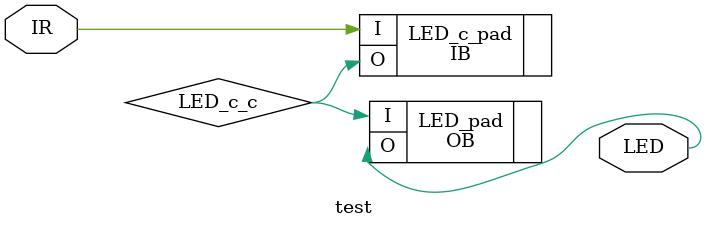
<source format=v>

module test (IR, LED);   // d:/fpga/example/test2/ledtest.v(1[8:12])
    input IR;   // d:/fpga/example/test2/ledtest.v(3[7:9])
    output LED;   // d:/fpga/example/test2/ledtest.v(4[8:11])
    
    
    wire LED_c_c, GND_net, VCC_net;
    
    VLO i23 (.Z(GND_net));
    OB LED_pad (.I(LED_c_c), .O(LED));   // d:/fpga/example/test2/ledtest.v(4[8:11])
    IB LED_c_pad (.I(IR), .O(LED_c_c));   // d:/fpga/example/test2/ledtest.v(3[7:9])
    GSR GSR_INST (.GSR(VCC_net));
    TSALL TSALL_INST (.TSALL(GND_net));
    PUR PUR_INST (.PUR(VCC_net));
    defparam PUR_INST.RST_PULSE = 1;
    VHI i24 (.Z(VCC_net));
    
endmodule
//
// Verilog Description of module TSALL
// module not written out since it is a black-box. 
//

//
// Verilog Description of module PUR
// module not written out since it is a black-box. 
//


</source>
